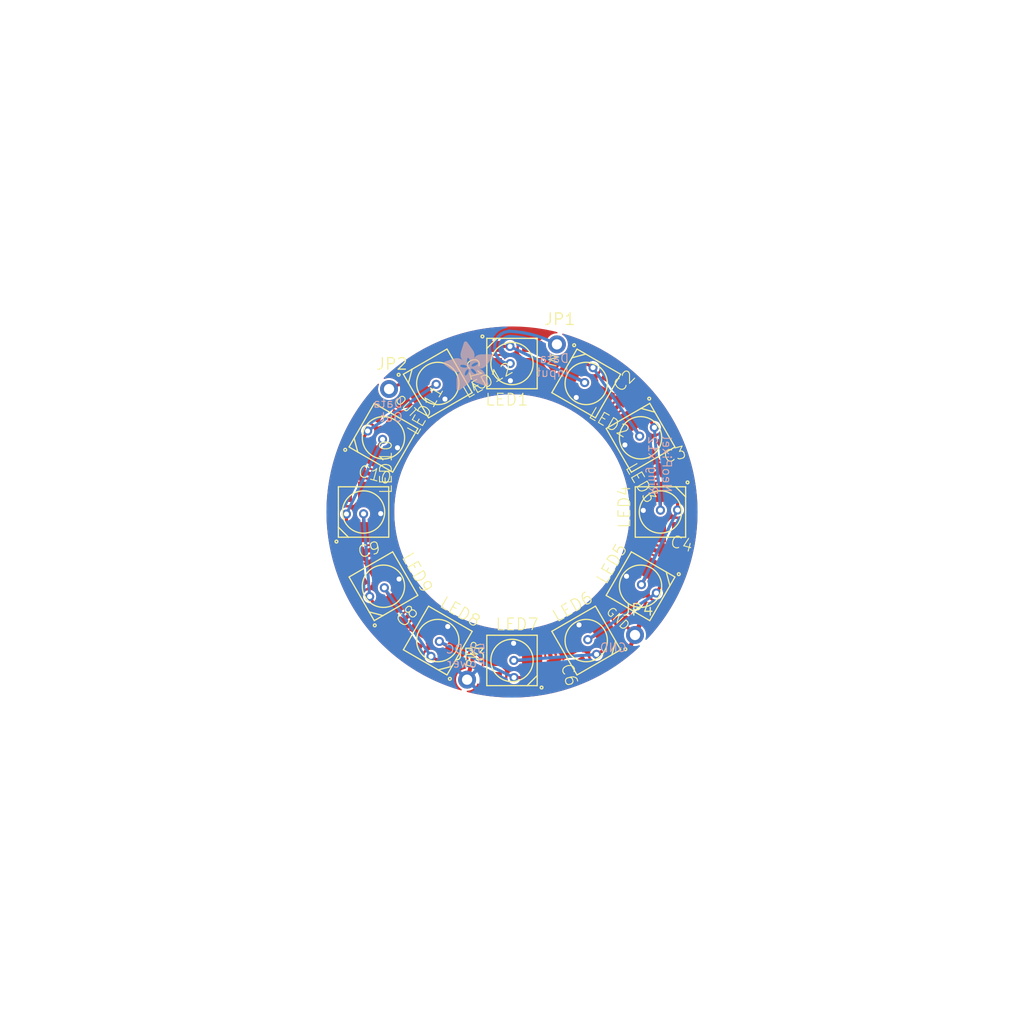
<source format=kicad_pcb>
(kicad_pcb (version 20221018) (generator pcbnew)
  (layers (0 "F.Cu" signal) (31 "B.Cu" signal) (34 "B.Paste" user) (35 "F.Paste" user) (36 "B.SilkS" user "B.Silkscreen") (37 "F.SilkS" user "F.Silkscreen") (38 "B.Mask" user) (39 "F.Mask" user) (44 "Edge.Cuts" user))
  (net 0 "")
  (net 1 "VDD")
  (net 2 "GND")
  (net 3 "N$1")
  (net 4 "N$2")
  (net 5 "N$3")
  (net 6 "N$4")
  (net 7 "N$5")
  (net 8 "N$6")
  (net 9 "N$7")
  (net 10 "N$8")
  (net 11 "N$9")
  (net 12 "N$10")
  (net 13 "N$11")
  (net 14 "N$13")
  (net 15 "N$14")
  (footprint "working:1X01-CLEANBIG" (layer "F.Cu") (at 160.708237 117.211259)
    (fp_text reference "JP4" (at -1.3462 -1.8288) (layer "F.SilkS") (effects (font (size 1.143 1.143) (thickness 0.127)) (justify left bottom)))
    (fp_text value "")
    (pad "1" thru_hole circle (at 0 0) (size 1.778 1.778) (drill 1.016) (layers "*.Cu" "*.Mask") (net 2 "GND"))
  )
  (footprint "working:C0603" (layer "F.Cu") (at 136.826754 116.677946 -135)
    (fp_text reference "C8" (at -0.635 -0.635 -135) (layer "F.SilkS") (effects (font (size 1.1684 1.1684) (thickness 0.1016)) (justify left bottom)))
    (fp_text value "")
    (pad "1" smd rect (at -0.85 0 225) (size 1.1 1) (layers "F.Cu" "F.Paste" "F.Mask") (net 1 "VDD"))
    (pad "2" smd rect (at 0.85 0 225) (size 1.1 1) (layers "F.Cu" "F.Paste" "F.Mask") (net 2 "GND"))
  )
  (footprint "working:1X01-CLEANBIG" (layer "F.Cu") (at 152.960375 88.366441)
    (fp_text reference "JP1" (at -1.3462 -1.8288) (layer "F.SilkS") (effects (font (size 1.143 1.143) (thickness 0.127)) (justify left bottom)))
    (fp_text value "")
    (pad "1" thru_hole circle (at 0 0) (size 1.778 1.778) (drill 1.016) (layers "*.Cu" "*.Mask") (net 14 "N$13"))
  )
  (footprint "working:C0603" (layer "F.Cu") (at 160.175446 93.329254 45)
    (fp_text reference "C2" (at -0.635 -0.635 45) (layer "F.SilkS") (effects (font (size 1.1684 1.1684) (thickness 0.1016)) (justify left bottom)))
    (fp_text value "")
    (pad "1" smd rect (at -0.85 0 45) (size 1.1 1) (layers "F.Cu" "F.Paste" "F.Mask") (net 1 "VDD"))
    (pad "2" smd rect (at 0.85 0 45) (size 1.1 1) (layers "F.Cu" "F.Paste" "F.Mask") (net 2 "GND"))
  )
  (footprint "working:WS28115050" (layer "F.Cu") (at 135.742935 97.6376 -120)
    (fp_text reference "LED11" (at -1.7 -2.9 -120) (layer "F.SilkS") (effects (font (size 1.1684 1.1684) (thickness 0.1016)) (justify left bottom)))
    (fp_text value "WS28115050")
    (pad "DI" smd rect (at 2 0 240) (size 2 1.1) (layers "F.Cu" "F.Paste" "F.Mask") (net 12 "N$10"))
    (pad "DO" smd rect (at 2 1.7 240) (size 2 1.1) (layers "F.Cu" "F.Paste" "F.Mask") (net 13 "N$11"))
    (pad "LEDVDD" smd rect (at -2 0 240) (size 2 1.1) (layers "F.Cu" "F.Paste" "F.Mask") (net 1 "VDD"))
    (pad "NC" smd rect (at -2 -1.7 240) (size 2 1.1) (layers "F.Cu" "F.Paste" "F.Mask"))
    (pad "VDD" smd rect (at 2 -1.7 240) (size 2 1.1) (layers "F.Cu" "F.Paste" "F.Mask") (net 1 "VDD"))
    (pad "VSS" smd rect (at -2 1.7 240) (size 2 1.1) (layers "F.Cu" "F.Paste" "F.Mask") (net 2 "GND"))
  )
  (footprint "working:C0603" (layer "F.Cu") (at 144.22806 89.05621 105)
    (fp_text reference "C12" (at -0.635 -0.635 105) (layer "F.SilkS") (effects (font (size 1.1684 1.1684) (thickness 0.1016)) (justify left bottom)))
    (fp_text value "")
    (pad "1" smd rect (at -0.85 0 105) (size 1.1 1) (layers "F.Cu" "F.Paste" "F.Mask") (net 1 "VDD"))
    (pad "2" smd rect (at 0.85 0 105) (size 1.1 1) (layers "F.Cu" "F.Paste" "F.Mask") (net 2 "GND"))
  )
  (footprint "working:C0603" (layer "F.Cu") (at 164.44849 100.73056 15)
    (fp_text reference "C3" (at -0.635 -0.635 15) (layer "F.SilkS") (effects (font (size 1.1684 1.1684) (thickness 0.1016)) (justify left bottom)))
    (fp_text value "")
    (pad "1" smd rect (at -0.85 0 15) (size 1.1 1) (layers "F.Cu" "F.Paste" "F.Mask") (net 1 "VDD"))
    (pad "2" smd rect (at 0.85 0 15) (size 1.1 1) (layers "F.Cu" "F.Paste" "F.Mask") (net 2 "GND"))
  )
  (footprint "working:C0603" (layer "F.Cu") (at 132.55371 109.27664 -165)
    (fp_text reference "C9" (at -0.635 -0.635 -165) (layer "F.SilkS") (effects (font (size 1.1684 1.1684) (thickness 0.1016)) (justify left bottom)))
    (fp_text value "")
    (pad "1" smd rect (at -0.85 0 195) (size 1.1 1) (layers "F.Cu" "F.Paste" "F.Mask") (net 1 "VDD"))
    (pad "2" smd rect (at 0.85 0 195) (size 1.1 1) (layers "F.Cu" "F.Paste" "F.Mask") (net 2 "GND"))
  )
  (footprint "working:C0603" (layer "F.Cu") (at 164.44849 109.27664 -15)
    (fp_text reference "C4" (at -0.635 -0.635 -15) (layer "F.SilkS") (effects (font (size 1.1684 1.1684) (thickness 0.1016)) (justify left bottom)))
    (fp_text value "")
    (pad "1" smd rect (at -0.85 0 345) (size 1.1 1) (layers "F.Cu" "F.Paste" "F.Mask") (net 1 "VDD"))
    (pad "2" smd rect (at 0.85 0 345) (size 1.1 1) (layers "F.Cu" "F.Paste" "F.Mask") (net 2 "GND"))
  )
  (footprint "working:WS28115050" (layer "F.Cu") (at 148.5011 90.2716 180)
    (fp_text reference "LED1" (at -1.7 -2.9 180) (layer "F.SilkS") (effects (font (size 1.1684 1.1684) (thickness 0.1016)) (justify right top)))
    (fp_text value "WS28115050")
    (pad "DI" smd rect (at 2 0 180) (size 2 1.1) (layers "F.Cu" "F.Paste" "F.Mask") (net 14 "N$13"))
    (pad "DO" smd rect (at 2 1.7 180) (size 2 1.1) (layers "F.Cu" "F.Paste" "F.Mask") (net 3 "N$1"))
    (pad "LEDVDD" smd rect (at -2 0 180) (size 2 1.1) (layers "F.Cu" "F.Paste" "F.Mask") (net 1 "VDD"))
    (pad "NC" smd rect (at -2 -1.7 180) (size 2 1.1) (layers "F.Cu" "F.Paste" "F.Mask"))
    (pad "VDD" smd rect (at 2 -1.7 180) (size 2 1.1) (layers "F.Cu" "F.Paste" "F.Mask") (net 1 "VDD"))
    (pad "VSS" smd rect (at -2 1.7 180) (size 2 1.1) (layers "F.Cu" "F.Paste" "F.Mask") (net 2 "GND"))
  )
  (footprint "working:1X01-CLEANBIG" (layer "F.Cu") (at 136.297707 92.799388)
    (fp_text reference "JP2" (at -1.3462 -1.8288) (layer "F.SilkS") (effects (font (size 1.143 1.143) (thickness 0.127)) (justify left bottom)))
    (fp_text value "")
    (pad "1" thru_hole circle (at 0 0) (size 1.778 1.778) (drill 1.016) (layers "*.Cu" "*.Mask") (net 15 "N$14"))
  )
  (footprint "working:C0603" (layer "F.Cu") (at 152.77414 120.95099 -75)
    (fp_text reference "C6" (at -0.635 -0.635 -75) (layer "F.SilkS") (effects (font (size 1.1684 1.1684) (thickness 0.1016)) (justify left bottom)))
    (fp_text value "")
    (pad "1" smd rect (at -0.85 0 285) (size 1.1 1) (layers "F.Cu" "F.Paste" "F.Mask") (net 1 "VDD"))
    (pad "2" smd rect (at 0.85 0 285) (size 1.1 1) (layers "F.Cu" "F.Paste" "F.Mask") (net 2 "GND"))
  )
  (footprint "working:WS28115050" (layer "F.Cu") (at 155.8671 92.245435 150)
    (fp_text reference "LED2" (at -1.7 -2.9 150) (layer "F.SilkS") (effects (font (size 1.1684 1.1684) (thickness 0.1016)) (justify left bottom)))
    (fp_text value "WS28115050")
    (pad "DI" smd rect (at 2 0 150) (size 2 1.1) (layers "F.Cu" "F.Paste" "F.Mask") (net 3 "N$1"))
    (pad "DO" smd rect (at 2 1.7 150) (size 2 1.1) (layers "F.Cu" "F.Paste" "F.Mask") (net 4 "N$2"))
    (pad "LEDVDD" smd rect (at -2 0 150) (size 2 1.1) (layers "F.Cu" "F.Paste" "F.Mask") (net 1 "VDD"))
    (pad "NC" smd rect (at -2 -1.7 150) (size 2 1.1) (layers "F.Cu" "F.Paste" "F.Mask"))
    (pad "VDD" smd rect (at 2 -1.7 150) (size 2 1.1) (layers "F.Cu" "F.Paste" "F.Mask") (net 1 "VDD"))
    (pad "VSS" smd rect (at -2 1.7 150) (size 2 1.1) (layers "F.Cu" "F.Paste" "F.Mask") (net 2 "GND"))
  )
  (footprint "working:GUIDE-STAR-12" (layer "F.Cu") (at 148.5011 105.0036 15)
    (fp_text reference "U$2" hide)
    (fp_text value "" hide)
  )
  (footprint "working:1X01-CLEANBIG" (layer "F.Cu") (at 144.044166 121.6448)
    (fp_text reference "JP3" (at -1.3462 -1.8288) (layer "F.SilkS") (effects (font (size 1.143 1.143) (thickness 0.127)) (justify left bottom)))
    (fp_text value "")
    (pad "1" thru_hole circle (at 0 0) (size 1.778 1.778) (drill 1.016) (layers "*.Cu" "*.Mask") (net 1 "VDD"))
  )
  (footprint "working:WS28115050" (layer "F.Cu") (at 135.742935 112.3696 -60)
    (fp_text reference "LED9" (at -1.7 -2.9 -60) (layer "F.SilkS") (effects (font (size 1.1684 1.1684) (thickness 0.1016)) (justify left bottom)))
    (fp_text value "WS28115050")
    (pad "DI" smd rect (at 2 0 300) (size 2 1.1) (layers "F.Cu" "F.Paste" "F.Mask") (net 10 "N$8"))
    (pad "DO" smd rect (at 2 1.7 300) (size 2 1.1) (layers "F.Cu" "F.Paste" "F.Mask") (net 11 "N$9"))
    (pad "LEDVDD" smd rect (at -2 0 300) (size 2 1.1) (layers "F.Cu" "F.Paste" "F.Mask") (net 1 "VDD"))
    (pad "NC" smd rect (at -2 -1.7 300) (size 2 1.1) (layers "F.Cu" "F.Paste" "F.Mask"))
    (pad "VDD" smd rect (at 2 -1.7 300) (size 2 1.1) (layers "F.Cu" "F.Paste" "F.Mask") (net 1 "VDD"))
    (pad "VSS" smd rect (at -2 1.7 300) (size 2 1.1) (layers "F.Cu" "F.Paste" "F.Mask") (net 2 "GND"))
  )
  (footprint "working:WS28115050" (layer "F.Cu") (at 141.1351 117.761765 -30)
    (fp_text reference "LED8" (at -1.7 -2.9 -30) (layer "F.SilkS") (effects (font (size 1.1684 1.1684) (thickness 0.1016)) (justify left bottom)))
    (fp_text value "WS28115050")
    (pad "DI" smd rect (at 2 0 330) (size 2 1.1) (layers "F.Cu" "F.Paste" "F.Mask") (net 9 "N$7"))
    (pad "DO" smd rect (at 2 1.7 330) (size 2 1.1) (layers "F.Cu" "F.Paste" "F.Mask") (net 10 "N$8"))
    (pad "LEDVDD" smd rect (at -2 0 330) (size 2 1.1) (layers "F.Cu" "F.Paste" "F.Mask") (net 1 "VDD"))
    (pad "NC" smd rect (at -2 -1.7 330) (size 2 1.1) (layers "F.Cu" "F.Paste" "F.Mask"))
    (pad "VDD" smd rect (at 2 -1.7 330) (size 2 1.1) (layers "F.Cu" "F.Paste" "F.Mask") (net 1 "VDD"))
    (pad "VSS" smd rect (at -2 1.7 330) (size 2 1.1) (layers "F.Cu" "F.Paste" "F.Mask") (net 2 "GND"))
  )
  (footprint "working:WS28115050" (layer "F.Cu") (at 148.5011 119.7356)
    (fp_text reference "LED7" (at -1.7 -2.9) (layer "F.SilkS") (effects (font (size 1.1684 1.1684) (thickness 0.1016)) (justify left bottom)))
    (fp_text value "WS28115050")
    (pad "DI" smd rect (at 2 0) (size 2 1.1) (layers "F.Cu" "F.Paste" "F.Mask") (net 8 "N$6"))
    (pad "DO" smd rect (at 2 1.7) (size 2 1.1) (layers "F.Cu" "F.Paste" "F.Mask") (net 9 "N$7"))
    (pad "LEDVDD" smd rect (at -2 0) (size 2 1.1) (layers "F.Cu" "F.Paste" "F.Mask") (net 1 "VDD"))
    (pad "NC" smd rect (at -2 -1.7) (size 2 1.1) (layers "F.Cu" "F.Paste" "F.Mask"))
    (pad "VDD" smd rect (at 2 -1.7) (size 2 1.1) (layers "F.Cu" "F.Paste" "F.Mask") (net 1 "VDD"))
    (pad "VSS" smd rect (at -2 1.7) (size 2 1.1) (layers "F.Cu" "F.Paste" "F.Mask") (net 2 "GND"))
  )
  (footprint "working:WS28115050" (layer "F.Cu") (at 155.8671 117.761765 30)
    (fp_text reference "LED6" (at -1.7 -2.9 30) (layer "F.SilkS") (effects (font (size 1.1684 1.1684) (thickness 0.1016)) (justify left bottom)))
    (fp_text value "WS28115050")
    (pad "DI" smd rect (at 2 0 30) (size 2 1.1) (layers "F.Cu" "F.Paste" "F.Mask") (net 7 "N$5"))
    (pad "DO" smd rect (at 2 1.7 30) (size 2 1.1) (layers "F.Cu" "F.Paste" "F.Mask") (net 8 "N$6"))
    (pad "LEDVDD" smd rect (at -2 0 30) (size 2 1.1) (layers "F.Cu" "F.Paste" "F.Mask") (net 1 "VDD"))
    (pad "NC" smd rect (at -2 -1.7 30) (size 2 1.1) (layers "F.Cu" "F.Paste" "F.Mask"))
    (pad "VDD" smd rect (at 2 -1.7 30) (size 2 1.1) (layers "F.Cu" "F.Paste" "F.Mask") (net 1 "VDD"))
    (pad "VSS" smd rect (at -2 1.7 30) (size 2 1.1) (layers "F.Cu" "F.Paste" "F.Mask") (net 2 "GND"))
  )
  (footprint "working:C0603" (layer "F.Cu") (at 132.55371 100.73056 165)
    (fp_text reference "C10" (at -0.635 -0.635 165) (layer "F.SilkS") (effects (font (size 1.1684 1.1684) (thickness 0.1016)) (justify left bottom)))
    (fp_text value "")
    (pad "1" smd rect (at -0.85 0 165) (size 1.1 1) (layers "F.Cu" "F.Paste" "F.Mask") (net 1 "VDD"))
    (pad "2" smd rect (at 0.85 0 165) (size 1.1 1) (layers "F.Cu" "F.Paste" "F.Mask") (net 2 "GND"))
  )
  (footprint "working:WS28115050" (layer "F.Cu") (at 141.1351 92.245435 -150)
    (fp_text reference "LED12" (at -1.7 -2.9 -150) (layer "F.SilkS") (effects (font (size 1.1684 1.1684) (thickness 0.1016)) (justify left bottom)))
    (fp_text value "WS28115050")
    (pad "DI" smd rect (at 2 0 210) (size 2 1.1) (layers "F.Cu" "F.Paste" "F.Mask") (net 13 "N$11"))
    (pad "DO" smd rect (at 2 1.7 210) (size 2 1.1) (layers "F.Cu" "F.Paste" "F.Mask") (net 15 "N$14"))
    (pad "LEDVDD" smd rect (at -2 0 210) (size 2 1.1) (layers "F.Cu" "F.Paste" "F.Mask") (net 1 "VDD"))
    (pad "NC" smd rect (at -2 -1.7 210) (size 2 1.1) (layers "F.Cu" "F.Paste" "F.Mask"))
    (pad "VDD" smd rect (at 2 -1.7 210) (size 2 1.1) (layers "F.Cu" "F.Paste" "F.Mask") (net 1 "VDD"))
    (pad "VSS" smd rect (at -2 1.7 210) (size 2 1.1) (layers "F.Cu" "F.Paste" "F.Mask") (net 2 "GND"))
  )
  (footprint "working:WS28115050" (layer "F.Cu") (at 161.259265 112.3696 60)
    (fp_text reference "LED5" (at -1.7 -2.9 60) (layer "F.SilkS") (effects (font (size 1.1684 1.1684) (thickness 0.1016)) (justify left bottom)))
    (fp_text value "WS28115050")
    (pad "DI" smd rect (at 2 0 60) (size 2 1.1) (layers "F.Cu" "F.Paste" "F.Mask") (net 6 "N$4"))
    (pad "DO" smd rect (at 2 1.7 60) (size 2 1.1) (layers "F.Cu" "F.Paste" "F.Mask") (net 7 "N$5"))
    (pad "LEDVDD" smd rect (at -2 0 60) (size 2 1.1) (layers "F.Cu" "F.Paste" "F.Mask") (net 1 "VDD"))
    (pad "NC" smd rect (at -2 -1.7 60) (size 2 1.1) (layers "F.Cu" "F.Paste" "F.Mask"))
    (pad "VDD" smd rect (at 2 -1.7 60) (size 2 1.1) (layers "F.Cu" "F.Paste" "F.Mask") (net 1 "VDD"))
    (pad "VSS" smd rect (at -2 1.7 60) (size 2 1.1) (layers "F.Cu" "F.Paste" "F.Mask") (net 2 "GND"))
  )
  (footprint "working:WS28115050" (layer "F.Cu") (at 161.259265 97.6376 120)
    (fp_text reference "LED3" (at -1.7 -2.9 120) (layer "F.SilkS") (effects (font (size 1.1684 1.1684) (thickness 0.1016)) (justify left bottom)))
    (fp_text value "WS28115050")
    (pad "DI" smd rect (at 2 0 120) (size 2 1.1) (layers "F.Cu" "F.Paste" "F.Mask") (net 4 "N$2"))
    (pad "DO" smd rect (at 2 1.7 120) (size 2 1.1) (layers "F.Cu" "F.Paste" "F.Mask") (net 5 "N$3"))
    (pad "LEDVDD" smd rect (at -2 0 120) (size 2 1.1) (layers "F.Cu" "F.Paste" "F.Mask") (net 1 "VDD"))
    (pad "NC" smd rect (at -2 -1.7 120) (size 2 1.1) (layers "F.Cu" "F.Paste" "F.Mask"))
    (pad "VDD" smd rect (at 2 -1.7 120) (size 2 1.1) (layers "F.Cu" "F.Paste" "F.Mask") (net 1 "VDD"))
    (pad "VSS" smd rect (at -2 1.7 120) (size 2 1.1) (layers "F.Cu" "F.Paste" "F.Mask") (net 2 "GND"))
  )
  (footprint "working:WS28115050" (layer "F.Cu") (at 133.7691 105.0036 -90)
    (fp_text reference "LED10" (at -1.7 -2.9 -90) (layer "F.SilkS") (effects (font (size 1.1684 1.1684) (thickness 0.1016)) (justify left bottom)))
    (fp_text value "WS28115050")
    (pad "DI" smd rect (at 2 0 270) (size 2 1.1) (layers "F.Cu" "F.Paste" "F.Mask") (net 11 "N$9"))
    (pad "DO" smd rect (at 2 1.7 270) (size 2 1.1) (layers "F.Cu" "F.Paste" "F.Mask") (net 12 "N$10"))
    (pad "LEDVDD" smd rect (at -2 0 270) (size 2 1.1) (layers "F.Cu" "F.Paste" "F.Mask") (net 1 "VDD"))
    (pad "NC" smd rect (at -2 -1.7 270) (size 2 1.1) (layers "F.Cu" "F.Paste" "F.Mask"))
    (pad "VDD" smd rect (at 2 -1.7 270) (size 2 1.1) (layers "F.Cu" "F.Paste" "F.Mask") (net 1 "VDD"))
    (pad "VSS" smd rect (at -2 1.7 270) (size 2 1.1) (layers "F.Cu" "F.Paste" "F.Mask") (net 2 "GND"))
  )
  (footprint "working:WS28115050" (layer "F.Cu") (at 163.2331 105.0036 90)
    (fp_text reference "LED4" (at -1.7 -2.9 90) (layer "F.SilkS") (effects (font (size 1.1684 1.1684) (thickness 0.1016)) (justify left bottom)))
    (fp_text value "WS28115050")
    (pad "DI" smd rect (at 2 0 90) (size 2 1.1) (layers "F.Cu" "F.Paste" "F.Mask") (net 5 "N$3"))
    (pad "DO" smd rect (at 2 1.7 90) (size 2 1.1) (layers "F.Cu" "F.Paste" "F.Mask") (net 6 "N$4"))
    (pad "LEDVDD" smd rect (at -2 0 90) (size 2 1.1) (layers "F.Cu" "F.Paste" "F.Mask") (net 1 "VDD"))
    (pad "NC" smd rect (at -2 -1.7 90) (size 2 1.1) (layers "F.Cu" "F.Paste" "F.Mask"))
    (pad "VDD" smd rect (at 2 -1.7 90) (size 2 1.1) (layers "F.Cu" "F.Paste" "F.Mask") (net 1 "VDD"))
    (pad "VSS" smd rect (at -2 1.7 90) (size 2 1.1) (layers "F.Cu" "F.Paste" "F.Mask") (net 2 "GND"))
  )
  (footprint "working:GUIDE-STAR-12" (layer "F.Cu") (at 148.5011 105.0036)
    (fp_text reference "U$1" hide)
    (fp_text value "" hide)
  )
  (footprint "working:ADAFRUIT_5MM" (layer "B.Cu") (at 146.5961 92.9386 180)
    (fp_text reference "U$3" hide)
    (fp_text value "" hide)
  )
  (gr_arc (start 166.9161 105.0036) (mid 161.522471 118.024971) (end 148.5011 123.4186) (stroke (width 0.000003)) (layer "Edge.Cuts"))
  (gr_circle (center 148.5011 105.0036) (end 160.1851 105.0036) (stroke (width 0.000003)) (fill none) (layer "Edge.Cuts"))
  (gr_arc (start 148.5011 86.5886) (mid 161.522471 91.982229) (end 166.9161 105.0036) (stroke (width 0.000003)) (layer "Edge.Cuts"))
  (gr_arc (start 148.5011 123.4186) (mid 135.479729 118.024971) (end 130.0861 105.0036) (stroke (width 0.000003)) (layer "Edge.Cuts"))
  (gr_arc (start 130.0861 105.0036) (mid 135.479729 91.982229) (end 148.5011 86.5886) (stroke (width 0.000003)) (layer "Edge.Cuts"))
  (gr_text "5V DC\nPower" (at 145.948832 120.520584) (layer "B.SilkS") (effects (font (size 0.86868 0.86868) (thickness 0.09652)) (justify left bottom mirror)))
  (gr_text "GND" (at 159.9311 118.9736) (layer "B.SilkS") (effects (font (size 0.86868 0.86868) (thickness 0.09652)) (justify left bottom mirror)))
  (gr_text "Data\nOut" (at 137.7061 96.1136) (layer "B.SilkS") (effects (font (size 0.86868 0.86868) (thickness 0.09652)) (justify left bottom mirror)))
  (gr_text "NeoPixel\nRing x12" (at 164.3761 97.3836 -90) (layer "B.SilkS") (effects (font (size 0.86868 0.86868) (thickness 0.09652)) (justify right top mirror)))
  (gr_text "Data\nInput" (at 154.2161 91.6686) (layer "B.SilkS") (effects (font (size 0.86868 0.86868) (thickness 0.09652)) (justify left bottom mirror)))
  (gr_text "GND" (at 160.354521 116.203618 315) (layer "F.SilkS") (effects (font (size 0.86868 0.86868) (thickness 0.09652)) (justify right top)))
  (gr_text "IN" (at 152.3111 89.1286 75) (layer "F.SilkS") (effects (font (size 0.86868 0.86868) (thickness 0.09652)) (justify right top)))
  (gr_text "PWR" (at 144.793075 120.68354 75) (layer "F.SilkS") (effects (font (size 0.86868 0.86868) (thickness 0.09652)) (justify left bottom)))
  (gr_text "OUT" (at 136.737569 93.938422 315) (layer "F.SilkS") (effects (font (size 0.86868 0.86868) (thickness 0.09652)) (justify left bottom)))
  (segment (start 163.2331 107.0036) (end 163.627453 109.056643) (width 0.4064) (layer "F.Cu") (net 1))
  (segment (start 139.40305 116.761762) (end 137.427797 116.076903) (width 0.4064) (layer "F.Cu") (net 1))
  (segment (start 151.237371 90.127069) (end 152.585706 91.929985) (width 0.4064) (layer "F.Cu") (net 1))
  (segment (start 161.995103 108.61929) (end 162.731196 108.816646) (width 0.4064) (layer "F.Cu") (net 1))
  (segment (start 142.123413 116.368321) (end 143.717154 117.289521) (width 0.4064) (layer "F.Cu") (net 1))
  (segment (start 137.427797 116.076903) (end 138.622788 114.881912) (width 0.4064) (layer "F.Cu") (net 1))
  (segment (start 144.043744 121.646971) (end 144.847579 118.659746) (width 0.4064) (layer "F.Cu") (net 1))
  (segment (start 156.74915 115.289521) (end 155.154375 116.209318) (width 0.4064) (layer "F.Cu") (net 1))
  (segment (start 159.859468 114.829378) (end 157.639509 115.109687) (width 0.4064) (layer "F.Cu") (net 1))
  (segment (start 135.007097 108.61929) (end 135.4691 107.0036) (width 0.4064) (layer "F.Cu") (net 1))
  (segment (start 149.770912 118.035187) (end 148.660359 118.034562) (width 0.4064) (layer "F.Cu") (net 1))
  (segment (start 137.170491 95.173554) (end 139.629557 94.892872) (width 0.4064) (layer "F.Cu") (net 1))
  (segment (start 144.294582 117.911887) (end 143.717154 117.289521) (width 0.4064) (layer "F.Cu") (net 1))
  (segment (start 140.25305 94.717679) (end 141.847825 93.797882) (width 0.4064) (layer "F.Cu") (net 1))
  (segment (start 152.11679 118.497603) (end 149.770912 118.035187) (width 0.4064) (layer "F.Cu") (net 1))
  (segment (start 146.5011 119.7356) (end 145.668954 119.744) (width 0.4064) (layer "F.Cu") (net 1))
  (segment (start 157.639509 115.109687) (end 156.74915 115.289521) (width 0.4064) (layer "F.Cu") (net 1))
  (segment (start 162.259265 99.369654) (end 163.627453 100.950557) (width 0.4064) (layer "F.Cu") (net 1))
  (segment (start 144.88541 91.509597) (end 144.688054 90.773504) (width 0.4064) (layer "F.Cu") (net 1))
  (segment (start 161.5331 103.0036) (end 161.532062 104.844341) (width 0.4064) (layer "F.Cu") (net 1))
  (segment (start 161.995103 101.38791) (end 161.5331 103.0036) (width 0.4064) (layer "F.Cu") (net 1))
  (segment (start 135.007097 101.38791) (end 134.271004 101.190554) (width 0.4064) (layer "F.Cu") (net 1))
  (segment (start 162.731196 108.816646) (end 163.627453 109.056643) (width 0.4064) (layer "F.Cu") (net 1))
  (segment (start 153.285046 92.717679) (end 154.878787 93.638879) (width 0.4064) (layer "F.Cu") (net 1))
  (segment (start 154.135046 118.761765) (end 152.554143 120.129953) (width 0.4064) (layer "F.Cu") (net 1))
  (segment (start 136.215179 100.219654) (end 137.136379 98.625913) (width 0.4064) (layer "F.Cu") (net 1))
  (segment (start 158.379412 95.125288) (end 158.787021 96.75555) (width 0.4064) (layer "F.Cu") (net 1))
  (segment (start 135.007097 101.38791) (end 136.215179 100.219654) (width 0.4064) (layer "F.Cu") (net 1))
  (segment (start 139.629557 94.892872) (end 140.25305 94.717679) (width 0.4064) (layer "F.Cu") (net 1))
  (segment (start 162.731196 101.190554) (end 163.627453 100.950557) (width 0.4064) (layer "F.Cu") (net 1))
  (segment (start 133.374747 100.950557) (end 134.271004 101.190554) (width 0.4064) (layer "F.Cu") (net 1))
  (segment (start 136.742938 95.90555) (end 137.170491 95.173554) (width 0.4064) (layer "F.Cu") (net 1))
  (segment (start 150.5011 90.2716) (end 151.237371 90.127069) (width 0.4064) (layer "F.Cu") (net 1))
  (segment (start 152.585706 91.929985) (end 153.285046 92.717679) (width 0.4064) (layer "F.Cu") (net 1))
  (segment (start 142.867154 91.245435) (end 144.448057 89.877247) (width 0.4064) (layer "F.Cu") (net 1))
  (segment (start 138.215179 113.25165) (end 137.295382 111.656875) (width 0.4064) (layer "F.Cu") (net 1))
  (segment (start 161.995103 101.38791) (end 162.731196 101.190554) (width 0.4064) (layer "F.Cu") (net 1))
  (segment (start 146.5011 91.9716) (end 148.341841 91.972638) (width 0.4064) (layer "F.Cu") (net 1))
  (segment (start 158.787021 96.75555) (end 159.706818 98.350325) (width 0.4064) (layer "F.Cu") (net 1))
  (segment (start 135.4691 107.0036) (end 135.470138 105.162859) (width 0.4064) (layer "F.Cu") (net 1))
  (segment (start 145.668954 119.744) (end 144.294582 117.911887) (width 0.4064) (layer "F.Cu") (net 1))
  (segment (start 135.007097 108.61929) (end 134.271004 108.816646) (width 0.4064) (layer "F.Cu") (net 1))
  (segment (start 161.995103 108.61929) (end 160.787021 109.787546) (width 0.4064) (layer "F.Cu") (net 1))
  (segment (start 144.88541 91.509597) (end 146.5011 91.9716) (width 0.4064) (layer "F.Cu") (net 1))
  (segment (start 133.374747 109.056643) (end 134.271004 108.816646) (width 0.4064) (layer "F.Cu") (net 1))
  (segment (start 133.374747 109.056643) (end 134.742935 110.637546) (width 0.4064) (layer "F.Cu") (net 1))
  (segment (start 158.379412 95.125288) (end 159.574403 93.930297) (width 0.4064) (layer "F.Cu") (net 1))
  (segment (start 152.11679 118.497603) (end 152.314146 119.233696) (width 0.4064) (layer "F.Cu") (net 1))
  (segment (start 152.554143 120.129953) (end 152.314146 119.233696) (width 0.4064) (layer "F.Cu") (net 1))
  (segment (start 160.787021 109.787546) (end 159.865821 111.381287) (width 0.4064) (layer "F.Cu") (net 1))
  (segment (start 144.448057 89.877247) (end 144.688054 90.773504) (width 0.4064) (layer "F.Cu") (net 1))
  (segment (start 157.59915 93.245435) (end 159.574403 93.930297) (width 0.4064) (layer "F.Cu") (net 1))
  (segment (start 150.5011 118.0356) (end 149.770912 118.035187) (width 0.4064) (layer "F.Cu") (net 1))
  (segment (start 160.259265 114.10165) (end 159.859468 114.829378) (width 0.4064) (layer "F.Cu") (net 1))
  (segment (start 138.622788 114.881912) (end 138.215179 113.25165) (width 0.4064) (layer "F.Cu") (net 1))
  (segment (start 133.7691 103.0036) (end 133.374747 100.950557) (width 0.4064) (layer "F.Cu") (net 1))
  (via (at 142.123413 116.368321) (size 0.9064) (drill 0.5) (layers "F.Cu" "B.Cu") (net 1))
  (via (at 154.878787 93.638879) (size 0.9064) (drill 0.5) (layers "F.Cu" "B.Cu") (net 1))
  (via (at 148.660359 118.034562) (size 0.9064) (drill 0.5) (layers "F.Cu" "B.Cu") (net 1))
  (via (at 155.154375 116.209318) (size 0.9064) (drill 0.5) (layers "F.Cu" "B.Cu") (net 1))
  (via (at 159.706818 98.350325) (size 0.9064) (drill 0.5) (layers "F.Cu" "B.Cu") (net 1))
  (via (at 159.865821 111.381287) (size 0.9064) (drill 0.5) (layers "F.Cu" "B.Cu") (net 1))
  (via (at 148.341841 91.972638) (size 0.9064) (drill 0.5) (layers "F.Cu" "B.Cu") (net 1))
  (via (at 135.470138 105.162859) (size 0.9064) (drill 0.5) (layers "F.Cu" "B.Cu") (net 1))
  (via (at 161.532062 104.844341) (size 0.9064) (drill 0.5) (layers "F.Cu" "B.Cu") (net 1))
  (via (at 137.136379 98.625913) (size 0.9064) (drill 0.5) (layers "F.Cu" "B.Cu") (net 1))
  (via (at 137.295382 111.656875) (size 0.9064) (drill 0.5) (layers "F.Cu" "B.Cu") (net 1))
  (via (at 141.847825 93.797882) (size 0.9064) (drill 0.5) (layers "F.Cu" "B.Cu") (net 1))
  (segment (start 152.912377 117.312918) (end 152.224529 117.532155) (width 0.4064) (layer "B.Cu") (net 1))
  (segment (start 136.192455 109.414113) (end 135.973199 108.726203) (width 0.4064) (layer "B.Cu") (net 1))
  (segment (start 141.493682 116.061641) (end 140.893356 115.660516) (width 0.4064) (layer "B.Cu") (net 1))
  (segment (start 154.245182 93.247337) (end 154.886645 93.578725) (width 0.4064) (layer "B.Cu") (net 1))
  (segment (start 149.382081 91.992888) (end 150.101532 92.053573) (width 0.4064) (layer "B.Cu") (net 1))
  (segment (start 148.660359 91.972638) (end 148.660359 91.972638) (width 0.4064) (layer "B.Cu") (net 1))
  (segment (start 138.278338 96.818965) (end 138.744157 96.267326) (width 0.4064) (layer "B.Cu") (net 1))
  (segment (start 137.076225 98.618055) (end 137.443059 97.996182) (width 0.4064) (layer "B.Cu") (net 1))
  (segment (start 135.973199 101.280997) (end 136.192455 100.593087) (width 0.4064) (layer "B.Cu") (net 1))
  (segment (start 142.757018 116.759863) (end 142.115555 116.428475) (width 0.4064) (layer "B.Cu") (net 1))
  (segment (start 158.258334 113.740863) (end 157.762362 114.26547) (width 0.4064) (layer "B.Cu") (net 1))
  (segment (start 161.350198 102.688251) (end 161.451127 103.403168) (width 0.4064) (layer "B.Cu") (net 1))
  (segment (start 161.511814 105.886265) (end 161.451135 106.605653) (width 0.4064) (layer "B.Cu") (net 1))
  (segment (start 135.470138 105.162859) (end 135.470138 104.844341) (width 0.4064) (layer "B.Cu") (net 1))
  (segment (start 137.443059 97.996182) (end 137.844184 97.395856) (width 0.4064) (layer "B.Cu") (net 1))
  (segment (start 160.257476 110.748935) (end 159.926118 111.390342) (width 0.4064) (layer "B.Cu") (net 1))
  (segment (start 159.925975 98.618055) (end 160.257363 99.259518) (width 0.4064) (layer "B.Cu") (net 1))
  (segment (start 156.108844 94.346684) (end 156.685735 94.780838) (width 0.4064) (layer "B.Cu") (net 1))
  (segment (start 159.926118 111.390342) (end 159.559317 112.01216) (width 0.4064) (layer "B.Cu") (net 1))
  (segment (start 161.029046 108.727636) (end 160.809809 109.415485) (width 0.4064) (layer "B.Cu") (net 1))
  (segment (start 161.209342 101.980118) (end 161.350198 102.688251) (width 0.4064) (layer "B.Cu") (net 1))
  (segment (start 141.493682 93.945559) (end 142.115555 93.578725) (width 0.4064) (layer "B.Cu") (net 1))
  (segment (start 136.449938 99.918554) (end 136.744837 99.259518) (width 0.4064) (layer "B.Cu") (net 1))
  (segment (start 161.029001 101.280997) (end 161.209342 101.980118) (width 0.4064) (layer "B.Cu") (net 1))
  (segment (start 160.809809 109.415485) (end 160.552349 110.089958) (width 0.4064) (layer "B.Cu") (net 1))
  (segment (start 146.900668 117.953627) (end 146.185751 117.852698) (width 0.4064) (layer "B.Cu") (net 1))
  (segment (start 135.792858 108.027082) (end 135.652002 107.318949) (width 0.4064) (layer "B.Cu") (net 1))
  (segment (start 146.185751 92.154502) (end 146.900668 92.053573) (width 0.4064) (layer "B.Cu") (net 1))
  (segment (start 139.764826 95.246657) (end 140.316465 94.780838) (width 0.4064) (layer "B.Cu") (net 1))
  (segment (start 151.52547 117.712479) (end 150.817399 117.853323) (width 0.4064) (layer "B.Cu") (net 1))
  (segment (start 135.470138 104.844341) (end 135.470138 104.844341) (width 0.4064) (layer "B.Cu") (net 1))
  (segment (start 148.660359 118.034562) (end 148.341841 118.034562) (width 0.4064) (layer "B.Cu") (net 1))
  (segment (start 135.551073 103.403168) (end 135.652002 102.688251) (width 0.4064) (layer "B.Cu") (net 1))
  (segment (start 155.509052 116.062425) (end 154.887234 116.429226) (width 0.4064) (layer "B.Cu") (net 1))
  (segment (start 148.341841 91.972638) (end 148.660359 91.972638) (width 0.4064) (layer "B.Cu") (net 1))
  (segment (start 151.524582 92.295358) (end 152.223703 92.475699) (width 0.4064) (layer "B.Cu") (net 1))
  (segment (start 135.792858 101.980118) (end 135.973199 101.280997) (width 0.4064) (layer "B.Cu") (net 1))
  (segment (start 135.470138 104.844341) (end 135.490388 104.122619) (width 0.4064) (layer "B.Cu") (net 1))
  (segment (start 154.245828 116.760584) (end 153.586851 117.055457) (width 0.4064) (layer "B.Cu") (net 1))
  (segment (start 144.090587 92.694955) (end 144.778497 92.475699) (width 0.4064) (layer "B.Cu") (net 1))
  (segment (start 143.416054 117.054762) (end 142.757018 116.759863) (width 0.4064) (layer "B.Cu") (net 1))
  (segment (start 161.532062 104.844341) (end 161.532062 105.164609) (width 0.4064) (layer "B.Cu") (net 1))
  (segment (start 160.552349 110.089958) (end 160.257476 110.748935) (width 0.4064) (layer "B.Cu") (net 1))
  (segment (start 138.744157 113.739874) (end 138.278338 113.188235) (width 0.4064) (layer "B.Cu") (net 1))
  (segment (start 144.778497 117.531501) (end 144.090587 117.312245) (width 0.4064) (layer "B.Cu") (net 1))
  (segment (start 146.900668 92.053573) (end 148.341841 91.972638) (width 0.4064) (layer "B.Cu") (net 1))
  (segment (start 150.817399 117.853323) (end 150.102546 117.954243) (width 0.4064) (layer "B.Cu") (net 1))
  (segment (start 135.490388 104.122619) (end 135.551073 103.403168) (width 0.4064) (layer "B.Cu") (net 1))
  (segment (start 143.416054 92.952438) (end 144.090587 92.694955) (width 0.4064) (layer "B.Cu") (net 1))
  (segment (start 138.744157 96.267326) (end 139.240173 95.742673) (width 0.4064) (layer "B.Cu") (net 1))
  (segment (start 140.893356 94.346684) (end 141.493682 93.945559) (width 0.4064) (layer "B.Cu") (net 1))
  (segment (start 137.844184 97.395856) (end 138.278338 96.818965) (width 0.4064) (layer "B.Cu") (net 1))
  (segment (start 154.886645 93.578725) (end 155.508518 93.945559) (width 0.4064) (layer "B.Cu") (net 1))
  (segment (start 157.237374 95.246657) (end 157.762027 95.742673) (width 0.4064) (layer "B.Cu") (net 1))
  (segment (start 156.686165 115.227219) (end 156.109325 115.661335) (width 0.4064) (layer "B.Cu") (net 1))
  (segment (start 140.316465 94.780838) (end 140.893356 94.346684) (width 0.4064) (layer "B.Cu") (net 1))
  (segment (start 159.559141 97.996182) (end 159.925975 98.618055) (width 0.4064) (layer "B.Cu") (net 1))
  (segment (start 146.185751 117.852698) (end 145.477618 117.711842) (width 0.4064) (layer "B.Cu") (net 1))
  (segment (start 145.477618 92.295358) (end 146.185751 92.154502) (width 0.4064) (layer "B.Cu") (net 1))
  (segment (start 137.844184 112.611344) (end 137.443059 112.011018) (width 0.4064) (layer "B.Cu") (net 1))
  (segment (start 135.652002 102.688251) (end 135.792858 101.980118) (width 0.4064) (layer "B.Cu") (net 1))
  (segment (start 140.893356 115.660516) (end 140.316465 115.226362) (width 0.4064) (layer "B.Cu") (net 1))
  (segment (start 144.778497 92.475699) (end 145.477618 92.295358) (width 0.4064) (layer "B.Cu") (net 1))
  (segment (start 159.158227 112.612433) (end 158.724111 113.189272) (width 0.4064) (layer "B.Cu") (net 1))
  (segment (start 161.532062 105.164609) (end 161.532062 105.164607) (width 0.4064) (layer "B.Cu") (net 1))
  (segment (start 142.115555 116.428475) (end 141.493682 116.061641) (width 0.4064) (layer "B.Cu") (net 1))
  (segment (start 142.757018 93.247337) (end 143.416054 92.952438) (width 0.4064) (layer "B.Cu") (net 1))
  (segment (start 148.341841 118.034562) (end 148.341841 118.034562) (width 0.4064) (layer "B.Cu") (net 1))
  (segment (start 161.20937 108.028577) (end 161.029046 108.727636) (width 0.4064) (layer "B.Cu") (net 1))
  (segment (start 161.532062 105.164607) (end 161.511814 105.886265) (width 0.4064) (layer "B.Cu") (net 1))
  (segment (start 156.109325 115.661335) (end 155.509052 116.062425) (width 0.4064) (layer "B.Cu") (net 1))
  (segment (start 159.559317 112.01216) (end 159.158227 112.612433) (width 0.4064) (layer "B.Cu") (net 1))
  (segment (start 161.451135 106.605653) (end 161.350214 107.320506) (width 0.4064) (layer "B.Cu") (net 1))
  (segment (start 147.620119 118.014312) (end 146.900668 117.953627) (width 0.4064) (layer "B.Cu") (net 1))
  (segment (start 158.258043 96.267326) (end 158.723862 96.818965) (width 0.4064) (layer "B.Cu") (net 1))
  (segment (start 152.223703 92.475699) (end 152.911613 92.694955) (width 0.4064) (layer "B.Cu") (net 1))
  (segment (start 135.652002 107.318949) (end 135.551073 106.604032) (width 0.4064) (layer "B.Cu") (net 1))
  (segment (start 148.341841 118.034562) (end 147.620119 118.014312) (width 0.4064) (layer "B.Cu") (net 1))
  (segment (start 139.764826 114.760543) (end 139.240173 114.264527) (width 0.4064) (layer "B.Cu") (net 1))
  (segment (start 137.076225 111.389145) (end 136.744837 110.747682) (width 0.4064) (layer "B.Cu") (net 1))
  (segment (start 142.115555 93.578725) (end 142.757018 93.247337) (width 0.4064) (layer "B.Cu") (net 1))
  (segment (start 156.685735 94.780838) (end 157.237374 95.246657) (width 0.4064) (layer "B.Cu") (net 1))
  (segment (start 136.744837 99.259518) (end 137.076225 98.618055) (width 0.4064) (layer "B.Cu") (net 1))
  (segment (start 155.508518 93.945559) (end 156.108844 94.346684) (width 0.4064) (layer "B.Cu") (net 1))
  (segment (start 150.102546 117.954243) (end 148.6615 118.035171) (width 0.4064) (layer "B.Cu") (net 1))
  (segment (start 139.240173 95.742673) (end 139.764826 95.246657) (width 0.4064) (layer "B.Cu") (net 1))
  (segment (start 160.552262 99.918554) (end 160.809745 100.593087) (width 0.4064) (layer "B.Cu") (net 1))
  (segment (start 139.240173 114.264527) (end 138.744157 113.739874) (width 0.4064) (layer "B.Cu") (net 1))
  (segment (start 137.443059 112.011018) (end 137.076225 111.389145) (width 0.4064) (layer "B.Cu") (net 1))
  (segment (start 153.586851 117.055457) (end 152.912377 117.312918) (width 0.4064) (layer "B.Cu") (net 1))
  (segment (start 161.350214 107.320506) (end 161.20937 108.028577) (width 0.4064) (layer "B.Cu") (net 1))
  (segment (start 148.660359 91.972638) (end 149.382081 91.992888) (width 0.4064) (layer "B.Cu") (net 1))
  (segment (start 136.192455 100.593087) (end 136.449938 99.918554) (width 0.4064) (layer "B.Cu") (net 1))
  (segment (start 160.809745 100.593087) (end 161.029001 101.280997) (width 0.4064) (layer "B.Cu") (net 1))
  (segment (start 136.744837 110.747682) (end 136.449938 110.088646) (width 0.4064) (layer "B.Cu") (net 1))
  (segment (start 154.887234 116.429226) (end 154.245828 116.760584) (width 0.4064) (layer "B.Cu") (net 1))
  (segment (start 158.723862 96.818965) (end 159.158016 97.395856) (width 0.4064) (layer "B.Cu") (net 1))
  (segment (start 159.158016 97.395856) (end 159.559141 97.996182) (width 0.4064) (layer "B.Cu") (net 1))
  (segment (start 150.101532 92.053573) (end 150.816449 92.154502) (width 0.4064) (layer "B.Cu") (net 1))
  (segment (start 160.257363 99.259518) (end 160.552262 99.918554) (width 0.4064) (layer "B.Cu") (net 1))
  (segment (start 157.762027 95.742673) (end 158.258043 96.267326) (width 0.4064) (layer "B.Cu") (net 1))
  (segment (start 153.586146 92.952438) (end 154.245182 93.247337) (width 0.4064) (layer "B.Cu") (net 1))
  (segment (start 152.224529 117.532155) (end 151.52547 117.712479) (width 0.4064) (layer "B.Cu") (net 1))
  (segment (start 161.451127 103.403168) (end 161.532062 104.844341) (width 0.4064) (layer "B.Cu") (net 1))
  (segment (start 145.477618 117.711842) (end 144.778497 117.531501) (width 0.4064) (layer "B.Cu") (net 1))
  (segment (start 144.090587 117.312245) (end 143.416054 117.054762) (width 0.4064) (layer "B.Cu") (net 1))
  (segment (start 136.449938 110.088646) (end 136.192455 109.414113) (width 0.4064) (layer "B.Cu") (net 1))
  (segment (start 135.551073 106.604032) (end 135.470138 105.162859) (width 0.4064) (layer "B.Cu") (net 1))
  (segment (start 138.278338 113.188235) (end 137.844184 112.611344) (width 0.4064) (layer "B.Cu") (net 1))
  (segment (start 150.816449 92.154502) (end 151.524582 92.295358) (width 0.4064) (layer "B.Cu") (net 1))
  (segment (start 140.316465 115.226362) (end 139.764826 114.760543) (width 0.4064) (layer "B.Cu") (net 1))
  (segment (start 157.237755 114.761442) (end 156.686165 115.227219) (width 0.4064) (layer "B.Cu") (net 1))
  (segment (start 158.724111 113.189272) (end 158.258334 113.740863) (width 0.4064) (layer "B.Cu") (net 1))
  (segment (start 152.911613 92.694955) (end 153.586146 92.952438) (width 0.4064) (layer "B.Cu") (net 1))
  (segment (start 135.973199 108.726203) (end 135.792858 108.027082) (width 0.4064) (layer "B.Cu") (net 1))
  (segment (start 157.762362 114.26547) (end 157.237755 114.761442) (width 0.4064) (layer "B.Cu") (net 1))
  (segment (start 160.708237 117.211259) (end 161.731506 114.95165) (width 0.4572) (layer "F.Cu") (net 2))
  (segment (start 160.708237 117.211259) (end 160.161831 118.567178) (width 0.4064) (layer "F.Cu") (net 2))
  (segment (start 146.5011 88.5716) (end 148.300441 88.572847) (width 0.3048) (layer "F.Cu") (net 3))
  (segment (start 154.135046 91.245435) (end 155.710637 92.156282) (width 0.3048) (layer "F.Cu") (net 3))
  (via (at 155.710637 92.156282) (size 0.9064) (drill 0.5) (layers "F.Cu" "B.Cu") (net 3))
  (via (at 148.300441 88.572847) (size 0.9064) (drill 0.5) (layers "F.Cu" "B.Cu") (net 3))
  (segment (start 148.300441 88.572847) (end 155.710637 92.156282) (width 0.3048) (layer "B.Cu") (net 3))
  (segment (start 154.985046 89.773194) (end 156.54274 90.673682) (width 0.3048) (layer "F.Cu") (net 4))
  (segment (start 160.259265 95.90555) (end 161.168334 97.482407) (width 0.3048) (layer "F.Cu") (net 4))
  (via (at 156.54274 90.673682) (size 0.9064) (drill 0.5) (layers "F.Cu" "B.Cu") (net 4))
  (via (at 161.168334 97.482407) (size 0.9064) (drill 0.5) (layers "F.Cu" "B.Cu") (net 4))
  (segment (start 156.54274 90.673682) (end 161.168334 97.482407) (width 0.3048) (layer "B.Cu") (net 4))
  (segment (start 163.2331 103.0036) (end 163.232084 104.823513) (width 0.3048) (layer "F.Cu") (net 5))
  (segment (start 161.731506 95.05555) (end 162.630103 96.614235) (width 0.3048) (layer "F.Cu") (net 5))
  (via (at 163.232084 104.823513) (size 0.9064) (drill 0.5) (layers "F.Cu" "B.Cu") (net 5))
  (via (at 162.630103 96.614235) (size 0.9064) (drill 0.5) (layers "F.Cu" "B.Cu") (net 5))
  (segment (start 162.630103 96.614235) (end 163.232084 104.823513) (width 0.3048) (layer "B.Cu") (net 5))
  (segment (start 164.9331 103.0036) (end 164.931853 104.802941) (width 0.3048) (layer "F.Cu") (net 6))
  (segment (start 162.259265 110.637546) (end 161.348418 112.213137) (width 0.3048) (layer "F.Cu") (net 6))
  (via (at 161.348418 112.213137) (size 0.9064) (drill 0.5) (layers "F.Cu" "B.Cu") (net 6))
  (via (at 164.931853 104.802941) (size 0.9064) (drill 0.5) (layers "F.Cu" "B.Cu") (net 6))
  (segment (start 164.931853 104.802941) (end 161.348418 112.213137) (width 0.3048) (layer "B.Cu") (net 6))
  (segment (start 163.731506 111.487546) (end 162.831018 113.04524) (width 0.3048) (layer "F.Cu") (net 7))
  (segment (start 157.59915 116.761765) (end 156.022293 117.670834) (width 0.3048) (layer "F.Cu") (net 7))
  (via (at 162.831018 113.04524) (size 0.9064) (drill 0.5) (layers "F.Cu" "B.Cu") (net 7))
  (via (at 156.022293 117.670834) (size 0.9064) (drill 0.5) (layers "F.Cu" "B.Cu") (net 7))
  (segment (start 162.831018 113.04524) (end 156.022293 117.670834) (width 0.3048) (layer "B.Cu") (net 7))
  (segment (start 158.44915 118.234006) (end 156.890465 119.132603) (width 0.3048) (layer "F.Cu") (net 8))
  (segment (start 150.5011 119.7356) (end 148.681187 119.734584) (width 0.3048) (layer "F.Cu") (net 8))
  (via (at 148.681187 119.734584) (size 0.9064) (drill 0.5) (layers "F.Cu" "B.Cu") (net 8))
  (via (at 156.890465 119.132603) (size 0.9064) (drill 0.5) (layers "F.Cu" "B.Cu") (net 8))
  (segment (start 156.890465 119.132603) (end 148.681187 119.734584) (width 0.3048) (layer "B.Cu") (net 8))
  (segment (start 142.867154 118.761765) (end 141.291563 117.850918) (width 0.3048) (layer "F.Cu") (net 9))
  (segment (start 150.5011 121.4356) (end 148.701759 121.434353) (width 0.3048) (layer "F.Cu") (net 9))
  (via (at 148.701759 121.434353) (size 0.9064) (drill 0.5) (layers "F.Cu" "B.Cu") (net 9))
  (via (at 141.291563 117.850918) (size 0.9064) (drill 0.5) (layers "F.Cu" "B.Cu") (net 9))
  (segment (start 148.701759 121.434353) (end 141.291563 117.850918) (width 0.3048) (layer "B.Cu") (net 9))
  (segment (start 142.017154 120.234006) (end 140.45946 119.333518) (width 0.3048) (layer "F.Cu") (net 10))
  (segment (start 136.742935 114.10165) (end 135.833866 112.524793) (width 0.3048) (layer "F.Cu") (net 10))
  (via (at 135.833866 112.524793) (size 0.9064) (drill 0.5) (layers "F.Cu" "B.Cu") (net 10))
  (via (at 140.45946 119.333518) (size 0.9064) (drill 0.5) (layers "F.Cu" "B.Cu") (net 10))
  (segment (start 140.45946 119.333518) (end 135.833866 112.524793) (width 0.3048) (layer "B.Cu") (net 10))
  (segment (start 135.270694 114.95165) (end 134.372097 113.392965) (width 0.3048) (layer "F.Cu") (net 11))
  (segment (start 133.7691 107.0036) (end 133.770116 105.183687) (width 0.3048) (layer "F.Cu") (net 11))
  (via (at 133.770116 105.183687) (size 0.9064) (drill 0.5) (layers "F.Cu" "B.Cu") (net 11))
  (via (at 134.372097 113.392965) (size 0.9064) (drill 0.5) (layers "F.Cu" "B.Cu") (net 11))
  (segment (start 134.372097 113.392965) (end 133.770116 105.183687) (width 0.3048) (layer "B.Cu") (net 11))
  (segment (start 134.742935 99.369654) (end 135.653782 97.794063) (width 0.3048) (layer "F.Cu") (net 12))
  (segment (start 132.0691 107.0036) (end 132.070347 105.204259) (width 0.3048) (layer "F.Cu") (net 12))
  (via (at 135.653782 97.794063) (size 0.9064) (drill 0.5) (layers "F.Cu" "B.Cu") (net 12))
  (via (at 132.070347 105.204259) (size 0.9064) (drill 0.5) (layers "F.Cu" "B.Cu") (net 12))
  (segment (start 132.070347 105.204259) (end 135.653782 97.794063) (width 0.3048) (layer "B.Cu") (net 12))
  (segment (start 139.40305 93.245435) (end 140.979907 92.336366) (width 0.3048) (layer "F.Cu") (net 13))
  (segment (start 133.270694 98.519654) (end 134.171182 96.96196) (width 0.3048) (layer "F.Cu") (net 13))
  (via (at 140.979907 92.336366) (size 0.9064) (drill 0.5) (layers "F.Cu" "B.Cu") (net 13))
  (via (at 134.171182 96.96196) (size 0.9064) (drill 0.5) (layers "F.Cu" "B.Cu") (net 13))
  (segment (start 134.171182 96.96196) (end 140.979907 92.336366) (width 0.3048) (layer "B.Cu") (net 13))
  (segment (start 146.5011 90.2716) (end 148.321013 90.272616) (width 0.3048) (layer "F.Cu") (net 14))
  (via (at 148.321013 90.272616) (size 0.9064) (drill 0.5) (layers "F.Cu" "B.Cu") (net 14))
  (segment (start 150.320286 87.355656) (end 151.00337 87.544013) (width 0.3048) (layer "B.Cu") (net 14))
  (segment (start 151.672918 87.775933) (end 152.960375 88.366441) (width 0.3048) (layer "B.Cu") (net 14))
  (segment (start 147.595819 90.110688) (end 147.397045 89.988879) (width 0.3048) (layer "B.Cu") (net 14))
  (segment (start 148.270297 90.272616) (end 148.270297 90.272616) (width 0.3048) (layer "B.Cu") (net 14))
  (segment (start 146.786103 88.473867) (end 146.825605 88.233865) (width 0.3048) (layer "B.Cu") (net 14))
  (segment (start 148.924882 87.112569) (end 149.626498 87.211642) (width 0.3048) (layer "B.Cu") (net 14))
  (segment (start 147.219773 89.837474) (end 147.068369 89.660202) (width 0.3048) (layer "B.Cu") (net 14))
  (segment (start 148.218344 87.058847) (end 148.924882 87.112569) (width 0.3048) (layer "B.Cu") (net 14))
  (segment (start 147.158054 87.591039) (end 147.331081 87.420091) (width 0.3048) (layer "B.Cu") (net 14))
  (segment (start 148.218344 87.058847) (end 148.218344 87.058847) (width 0.3048) (layer "B.Cu") (net 14))
  (segment (start 147.331081 87.420091) (end 147.52872 87.278316) (width 0.3048) (layer "B.Cu") (net 14))
  (segment (start 148.037888 90.254325) (end 147.811201 90.199902) (width 0.3048) (layer "B.Cu") (net 14))
  (segment (start 147.397045 89.988879) (end 147.219773 89.837474) (width 0.3048) (layer "B.Cu") (net 14))
  (segment (start 146.857346 89.246046) (end 146.784632 88.78695) (width 0.3048) (layer "B.Cu") (net 14))
  (segment (start 147.746105 87.169204) (end 148.218344 87.058847) (width 0.3048) (layer "B.Cu") (net 14))
  (segment (start 146.94656 89.461428) (end 146.857346 89.246046) (width 0.3048) (layer "B.Cu") (net 14))
  (segment (start 149.626498 87.211642) (end 150.320286 87.355656) (width 0.3048) (layer "B.Cu") (net 14))
  (segment (start 146.784632 88.717094) (end 146.786103 88.473867) (width 0.3048) (layer "B.Cu") (net 14))
  (segment (start 146.784632 88.78695) (end 146.784632 88.717094) (width 0.3048) (layer "B.Cu") (net 14))
  (segment (start 147.52872 87.278316) (end 147.746105 87.169204) (width 0.3048) (layer "B.Cu") (net 14))
  (segment (start 146.784632 88.717094) (end 146.784632 88.717094) (width 0.3048) (layer "B.Cu") (net 14))
  (segment (start 148.321013 90.272616) (end 148.270297 90.272616) (width 0.3048) (layer "B.Cu") (net 14))
  (segment (start 148.270297 90.272616) (end 148.037888 90.254325) (width 0.3048) (layer "B.Cu") (net 14))
  (segment (start 147.013898 87.786949) (end 147.158054 87.591039) (width 0.3048) (layer "B.Cu") (net 14))
  (segment (start 146.825605 88.233865) (end 146.902165 88.002997) (width 0.3048) (layer "B.Cu") (net 14))
  (segment (start 147.068369 89.660202) (end 146.94656 89.461428) (width 0.3048) (layer "B.Cu") (net 14))
  (segment (start 147.811201 90.199902) (end 147.595819 90.110688) (width 0.3048) (layer "B.Cu") (net 14))
  (segment (start 151.00337 87.544013) (end 151.672918 87.775933) (width 0.3048) (layer "B.Cu") (net 14))
  (segment (start 146.902165 88.002997) (end 147.013898 87.786949) (width 0.3048) (layer "B.Cu") (net 14))
  (segment (start 138.55305 91.773194) (end 136.297707 92.799388) (width 0.3048) (layer "F.Cu") (net 15))
  (zone (net 2) (net_name "GND") (layer "F.Cu") (priority 6) (connect_pads (clearance 0.000001)) (min_thickness 0.13335) (fill yes (thermal_gap 0.3167) (thermal_bridge_width 0.3167))
    (polygon (pts (xy 167.68445 124.18695) (xy 129.31775 124.18695) (xy 129.31775 85.82025) (xy 167.68445 85.82025)))
  )
  (zone (net 1) (net_name "VDD") (layer "B.Cu") (priority 6) (connect_pads (clearance 0.000001)) (min_thickness 0.1524) (fill yes (thermal_gap 0.3548) (thermal_bridge_width 0.3548))
    (polygon (pts (xy 167.7035 124.206) (xy 129.2987 124.206) (xy 129.2987 85.8012) (xy 167.7035 85.8012)))
  )
)
</source>
